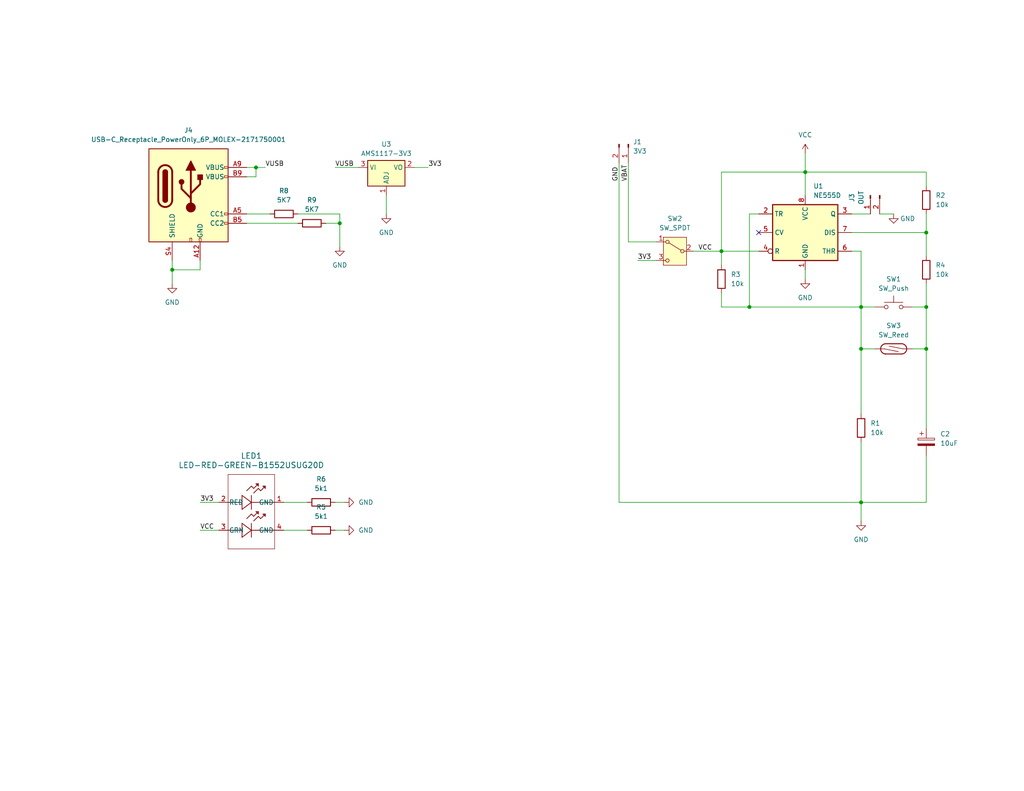
<source format=kicad_sch>
(kicad_sch (version 20231120) (generator "eeschema") (generator_version "8.0")
  (paper "USLetter")
  (lib_symbols
    (symbol "Alexander KiCad Libraries:AMS1117-3V3" (exclude_from_sim yes)
      (property "Reference" "U" (at 0 -0.254 0))
      (property "Value" "AMS1117-3V3" (at -0.508 1.778 0))
      (symbol "AMS1117-3V3_0_1"
        (rectangle (start -5.08 -8.89) (end 5.08 -1.905) (stroke (width 0.254)) (fill (type background)))
      )
      (symbol "AMS1117-3V3_1_1"
        (pin power_out line (at 0 -11.43 90) (length 2.54) (name "ADJ") (number "1"))
        (pin power_out line (at 7.62 -3.81 180) (length 2.54) (name "VO") (number "2"))
        (pin power_in line (at -7.62 -3.81 0) (length 2.54) (name "VI") (number "3"))
      )
    )
    (symbol "Alexander Symbol Library:USB-C_Receptacle_PowerOnly_6P_MOLEX-2171750001" (pin_names (offset 1.016))
      (property "Reference" "J" (at 0 16.51 0))
      (property "Value" "USB-C_Receptacle_PowerOnly_6P_MOLEX-2171750001" (at 0 13.97 0))
      (symbol "USB-C_Receptacle_PowerOnly_6P_MOLEX-2171750001_0_0"
        (rectangle (start -0.254 -12.7) (end 0.254 -11.684))
        (rectangle (start 2.286 -12.7) (end 2.794 -11.684))
        (rectangle (start 10.16 -7.366) (end 9.144 -7.874))
        (rectangle (start 10.16 -4.826) (end 9.144 -5.334))
        (rectangle (start 10.16 5.334) (end 9.144 4.826))
        (rectangle (start 10.16 7.874) (end 9.144 7.366))
      )
      (symbol "USB-C_Receptacle_PowerOnly_6P_MOLEX-2171750001_0_1"
        (rectangle (start -11.43 12.7) (end 10.16 -12.7) (stroke (width 0.254)) (fill (type background)))
        (arc (start -8.89 -1.27) (mid -6.985 -3.1667) (end -5.08 -1.27) (stroke (width 0.508)))
        (arc (start -7.62 -1.27) (mid -6.985 -1.9023) (end -6.35 -1.27) (stroke (width 0.254)))
        (arc (start -7.62 -1.27) (mid -6.985 -1.9023) (end -6.35 -1.27) (stroke (width 0.254)) (fill (type outline)))
        (rectangle (start -7.62 -1.27) (end -6.35 6.35) (stroke (width 0.254)) (fill (type outline)))
        (arc (start -6.35 6.35) (mid -6.985 6.9823) (end -7.62 6.35) (stroke (width 0.254)))
        (arc (start -6.35 6.35) (mid -6.985 6.9823) (end -7.62 6.35) (stroke (width 0.254)) (fill (type outline)))
        (arc (start -5.08 6.35) (mid -6.985 8.2467) (end -8.89 6.35) (stroke (width 0.508)))
        (circle (center -2.54 3.683) (radius 0.635) (stroke (width 0.254)) (fill (type outline)))
        (circle (center 0 -3.302) (radius 1.27) (fill (type outline)))
        (polyline (pts (xy -8.89 -1.27) (xy -8.89 6.35)) (stroke (width 0.508)))
        (polyline (pts (xy -5.08 6.35) (xy -5.08 -1.27)) (stroke (width 0.508)))
        (polyline (pts (xy 0 -3.302) (xy 0 6.858)) (stroke (width 0.508)))
        (polyline (pts (xy 0 -0.762) (xy -2.54 1.778) (xy -2.54 3.048)) (stroke (width 0.508)))
        (polyline (pts (xy 0 0.508) (xy 2.54 3.048) (xy 2.54 4.318)) (stroke (width 0.508)))
        (polyline (pts (xy -1.27 6.858) (xy 0 9.398) (xy 1.27 6.858) (xy -1.27 6.858)) (stroke (width 0.254)) (fill (type outline)))
        (rectangle (start 1.905 4.318) (end 3.175 5.588) (stroke (width 0.254)) (fill (type outline)))
      )
      (symbol "USB-C_Receptacle_PowerOnly_6P_MOLEX-2171750001_1_1"
        (pin power_in line (at 2.54 -17.78 90) (length 5.08) (name "GND") (number "A12"))
        (pin bidirectional line (at 15.24 -5.08 180) (length 5.08) (name "CC1") (number "A5"))
        (pin power_out line (at 15.24 7.62 180) (length 5.08) (name "VBUS") (number "A9"))
        (pin power_in line (at 2.54 -17.78 90) (length 5.08) hide (name "GND") (number "B12"))
        (pin bidirectional line (at 15.24 -7.62 180) (length 5.08) (name "CC2") (number "B5"))
        (pin power_out line (at 15.24 5.08 180) (length 5.08) (name "VBUS") (number "B9"))
        (pin passive line (at -5.08 -17.78 90) (length 5.08) hide (name "SHIELD") (number "S1"))
        (pin passive line (at -5.08 -17.78 90) (length 5.08) hide (name "SHIELD") (number "S2"))
        (pin passive line (at -5.08 -17.78 90) (length 5.08) hide (name "SHIELD") (number "S3"))
        (pin passive line (at -5.08 -17.78 90) (length 5.08) (name "SHIELD") (number "S4"))
      )
    )
    (symbol "Alexander_Library_Symbols:LED-RED-GREEN-B1552USUG20D" (pin_names (offset 0.254))
      (property "Reference" "LED" (at 8.89 20.955 0))
      (property "Value" "LED-RED-GREEN-B1552USUG20D" (at 8.89 17.78 0))
      (symbol "LED-RED-GREEN-B1552USUG20D_0_1"
        (polyline (pts (xy 2.54 -12.7) (xy 15.24 -12.7)) (stroke (width 0.127)))
        (polyline (pts (xy 2.54 -7.62) (xy 6.0198 -7.62)) (stroke (width 0.2032)))
        (polyline (pts (xy 2.54 0) (xy 6.0198 0)) (stroke (width 0.2032)))
        (polyline (pts (xy 2.54 7.62) (xy 2.54 -12.7)) (stroke (width 0.127)))
        (polyline (pts (xy 5.715 -7.62) (xy 6.35 -7.62)) (stroke (width 0.2032)))
        (polyline (pts (xy 5.715 0) (xy 6.35 0)) (stroke (width 0.2032)))
        (polyline (pts (xy 6.35 -9.525) (xy 8.89 -7.62)) (stroke (width 0.2032)))
        (polyline (pts (xy 6.35 -5.715) (xy 6.35 -9.525)) (stroke (width 0.2032)))
        (polyline (pts (xy 6.35 -1.905) (xy 8.89 0)) (stroke (width 0.2032)))
        (polyline (pts (xy 6.35 1.905) (xy 6.35 -1.905)) (stroke (width 0.2032)))
        (polyline (pts (xy 7.62 -4.445) (xy 8.89 -3.175)) (stroke (width 0.2032)))
        (polyline (pts (xy 7.62 3.175) (xy 8.89 4.445)) (stroke (width 0.2032)))
        (polyline (pts (xy 8.89 -9.525) (xy 8.89 -5.715)) (stroke (width 0.2032)))
        (polyline (pts (xy 8.89 -7.62) (xy 6.35 -5.715)) (stroke (width 0.2032)))
        (polyline (pts (xy 8.89 -7.62) (xy 15.24 -7.62)) (stroke (width 0.2032)))
        (polyline (pts (xy 8.89 -3.175) (xy 9.525 -3.81)) (stroke (width 0.2032)))
        (polyline (pts (xy 8.89 -1.905) (xy 8.89 1.905)) (stroke (width 0.2032)))
        (polyline (pts (xy 8.89 0) (xy 6.35 1.905)) (stroke (width 0.2032)))
        (polyline (pts (xy 8.89 0) (xy 15.24 0)) (stroke (width 0.2032)))
        (polyline (pts (xy 8.89 4.445) (xy 9.525 3.81)) (stroke (width 0.2032)))
        (polyline (pts (xy 9.525 -5.08) (xy 10.795 -3.81)) (stroke (width 0.2032)))
        (polyline (pts (xy 9.525 -3.81) (xy 10.795 -2.54)) (stroke (width 0.2032)))
        (polyline (pts (xy 9.525 2.54) (xy 10.795 3.81)) (stroke (width 0.2032)))
        (polyline (pts (xy 9.525 3.81) (xy 10.795 5.08)) (stroke (width 0.2032)))
        (polyline (pts (xy 10.16 -2.54) (xy 10.795 -3.175)) (stroke (width 0.2032)))
        (polyline (pts (xy 10.16 5.08) (xy 10.795 4.445)) (stroke (width 0.2032)))
        (polyline (pts (xy 10.795 -3.81) (xy 11.43 -4.445)) (stroke (width 0.2032)))
        (polyline (pts (xy 10.795 -3.175) (xy 10.795 -2.54)) (stroke (width 0.2032)))
        (polyline (pts (xy 10.795 -2.54) (xy 10.16 -2.54)) (stroke (width 0.2032)))
        (polyline (pts (xy 10.795 3.81) (xy 11.43 3.175)) (stroke (width 0.2032)))
        (polyline (pts (xy 10.795 4.445) (xy 10.795 5.08)) (stroke (width 0.2032)))
        (polyline (pts (xy 10.795 5.08) (xy 10.16 5.08)) (stroke (width 0.2032)))
        (polyline (pts (xy 11.43 -4.445) (xy 12.7 -3.175)) (stroke (width 0.2032)))
        (polyline (pts (xy 11.43 3.175) (xy 12.7 4.445)) (stroke (width 0.2032)))
        (polyline (pts (xy 12.065 -3.175) (xy 12.7 -3.81)) (stroke (width 0.2032)))
        (polyline (pts (xy 12.065 4.445) (xy 12.7 3.81)) (stroke (width 0.2032)))
        (polyline (pts (xy 12.7 -3.81) (xy 12.7 -3.175)) (stroke (width 0.2032)))
        (polyline (pts (xy 12.7 -3.175) (xy 12.065 -3.175)) (stroke (width 0.2032)))
        (polyline (pts (xy 12.7 3.81) (xy 12.7 4.445)) (stroke (width 0.2032)))
        (polyline (pts (xy 12.7 4.445) (xy 12.065 4.445)) (stroke (width 0.2032)))
        (polyline (pts (xy 15.24 -12.7) (xy 15.24 7.62)) (stroke (width 0.127)))
        (polyline (pts (xy 15.24 7.62) (xy 2.54 7.62)) (stroke (width 0.127)))
        (pin power_in line (at 17.78 0 180) (length 2.54) (name "GND") (number "1"))
        (pin power_out line (at 0 0 0) (length 2.54) (name "RED") (number "2"))
        (pin power_in line (at 0 -7.62 0) (length 2.54) (name "GRN") (number "3"))
        (pin power_out line (at 17.78 -7.62 180) (length 2.54) (name "GND") (number "4"))
      )
    )
    (symbol "Connector:Conn_01x02_Pin" (pin_names (offset 1.016) hide)
      (property "Reference" "J" (at 0 2.54 0))
      (property "Value" "Conn_01x02_Pin" (at 0 -5.08 0))
      (symbol "Conn_01x02_Pin_1_1"
        (polyline (pts (xy 1.27 -2.54) (xy 0.8636 -2.54)) (stroke (width 0.1524)))
        (polyline (pts (xy 1.27 0) (xy 0.8636 0)) (stroke (width 0.1524)))
        (rectangle (start 0.8636 -2.413) (end 0 -2.667) (stroke (width 0.1524)) (fill (type outline)))
        (rectangle (start 0.8636 0.127) (end 0 -0.127) (stroke (width 0.1524)) (fill (type outline)))
        (pin passive line (at 5.08 0 180) (length 3.81) (name "Pin_1") (number "1"))
        (pin passive line (at 5.08 -2.54 180) (length 3.81) (name "Pin_2") (number "2"))
      )
    )
    (symbol "Device:C_Polarized" (pin_numbers hide) (pin_names (offset 0.254))
      (property "Reference" "C" (at 0.635 2.54 0))
      (property "Value" "C_Polarized" (at 0.635 -2.54 0))
      (symbol "C_Polarized_0_1"
        (rectangle (start -2.286 0.508) (end 2.286 1.016))
        (polyline (pts (xy -1.778 2.286) (xy -0.762 2.286)))
        (polyline (pts (xy -1.27 2.794) (xy -1.27 1.778)))
        (rectangle (start 2.286 -0.508) (end -2.286 -1.016) (fill (type outline)))
      )
      (symbol "C_Polarized_1_1"
        (pin passive line (at 0 3.81 270) (length 2.794) (name "~") (number "1"))
        (pin passive line (at 0 -3.81 90) (length 2.794) (name "~") (number "2"))
      )
    )
    (symbol "Device:R" (pin_numbers hide) (pin_names (offset 0))
      (property "Reference" "R" (at 2.032 0 90))
      (property "Value" "R" (at 0 0 90))
      (symbol "R_0_1"
        (rectangle (start -1.016 -2.54) (end 1.016 2.54) (stroke (width 0.254)))
      )
      (symbol "R_1_1"
        (pin passive line (at 0 3.81 270) (length 1.27) (name "~") (number "1"))
        (pin passive line (at 0 -3.81 90) (length 1.27) (name "~") (number "2"))
      )
    )
    (symbol "GND_1" (power) (pin_numbers hide) (pin_names (offset 0) hide)
      (property "Value" "GND" (at 0 -3.81 0))
      (symbol "GND_1_0_1"
        (polyline (pts (xy 0 0) (xy 0 -1.27) (xy 1.27 -1.27) (xy 0 -2.54) (xy -1.27 -1.27) (xy 0 -1.27)))
      )
      (symbol "GND_1_1_1"
        (pin power_in line (at 0 0 270) (length 0) (name "~") (number "1"))
      )
    )
    (symbol "GND_2" (power) (pin_numbers hide) (pin_names (offset 0) hide)
      (property "Value" "GND" (at 0 -3.81 0))
      (symbol "GND_2_0_1"
        (polyline (pts (xy 0 0) (xy 0 -1.27) (xy 1.27 -1.27) (xy 0 -2.54) (xy -1.27 -1.27) (xy 0 -1.27)))
      )
      (symbol "GND_2_1_1"
        (pin power_in line (at 0 0 270) (length 0) (name "~") (number "1"))
      )
    )
    (symbol "Switch:SW_Push" (pin_numbers hide) (pin_names (offset 1.016) hide)
      (property "Reference" "SW" (at 1.27 2.54 0))
      (property "Value" "SW_Push" (at 0 -1.524 0))
      (symbol "SW_Push_0_1"
        (circle (center -2.032 0) (radius 0.508))
        (polyline (pts (xy 0 1.27) (xy 0 3.048)))
        (polyline (pts (xy 2.54 1.27) (xy -2.54 1.27)))
        (circle (center 2.032 0) (radius 0.508))
        (pin passive line (at -5.08 0 0) (length 2.54) (name "1") (number "1"))
        (pin passive line (at 5.08 0 180) (length 2.54) (name "2") (number "2"))
      )
    )
    (symbol "Switch:SW_Reed" (pin_numbers hide) (pin_names (offset 0) hide)
      (property "Reference" "SW" (at 0 2.54 0))
      (property "Value" "SW_Reed" (at 0 -2.54 0))
      (symbol "SW_Reed_0_0"
        (arc (start -2.159 1.397) (mid -3.55 0) (end -2.159 -1.397) (stroke (width 0.254)))
        (polyline (pts (xy -2.54 0) (xy 1.27 0.762)))
        (polyline (pts (xy -2.159 -1.397) (xy 2.286 -1.397)) (stroke (width 0.254)))
        (polyline (pts (xy 2.159 1.397) (xy -2.159 1.397)) (stroke (width 0.254)))
        (polyline (pts (xy 2.54 0) (xy -1.27 -0.762)))
        (arc (start 2.159 -1.397) (mid 3.55 0) (end 2.159 1.397) (stroke (width 0.254)))
      )
      (symbol "SW_Reed_1_1"
        (pin passive line (at -5.08 0 0) (length 2.54) (name "1") (number "1"))
        (pin passive line (at 5.08 0 180) (length 2.54) (name "2") (number "2"))
      )
    )
    (symbol "Switch:SW_SPDT" (pin_names (offset 0) hide)
      (property "Reference" "SW" (at 0 5.08 0))
      (property "Value" "SW_SPDT" (at 0 -5.08 0))
      (symbol "SW_SPDT_0_1"
        (circle (center -2.032 0) (radius 0.4572))
        (polyline (pts (xy -1.651 0.254) (xy 1.651 2.286)))
        (circle (center 2.032 -2.54) (radius 0.4572))
        (circle (center 2.032 2.54) (radius 0.4572))
      )
      (symbol "SW_SPDT_1_1"
        (rectangle (start -3.175 3.81) (end 3.175 -3.81) (fill (type background)))
        (pin passive line (at 5.08 2.54 180) (length 2.54) (name "A") (number "1"))
        (pin passive line (at -5.08 0 0) (length 2.54) (name "B") (number "2"))
        (pin passive line (at 5.08 -2.54 180) (length 2.54) (name "C") (number "3"))
      )
    )
    (symbol "Timer:NE555D"
      (property "Reference" "U" (at -10.16 8.89 0))
      (property "Value" "NE555D" (at 2.54 8.89 0))
      (symbol "NE555D_0_0"
        (pin power_in line (at 0 -10.16 90) (length 2.54) (name "GND") (number "1"))
        (pin power_in line (at 0 10.16 270) (length 2.54) (name "VCC") (number "8"))
      )
      (symbol "NE555D_0_1"
        (rectangle (start -8.89 -7.62) (end 8.89 7.62) (stroke (width 0.254)) (fill (type background)))
        (rectangle (start -8.89 -7.62) (end 8.89 7.62) (stroke (width 0.254)) (fill (type background)))
      )
      (symbol "NE555D_1_1"
        (pin input line (at -12.7 5.08 0) (length 3.81) (name "TR") (number "2"))
        (pin output line (at 12.7 5.08 180) (length 3.81) (name "Q") (number "3"))
        (pin input inverted (at -12.7 -5.08 0) (length 3.81) (name "R") (number "4"))
        (pin input line (at -12.7 0 0) (length 3.81) (name "CV") (number "5"))
        (pin input line (at 12.7 -5.08 180) (length 3.81) (name "THR") (number "6"))
        (pin input line (at 12.7 0 180) (length 3.81) (name "DIS") (number "7"))
      )
    )
    (symbol "power:GND" (power) (pin_names (offset 0))
      (property "Value" "GND" (at 0 -3.81 0))
      (symbol "GND_0_1"
        (polyline (pts (xy 0 0) (xy 0 -1.27) (xy 1.27 -1.27) (xy 0 -2.54) (xy -1.27 -1.27) (xy 0 -1.27)))
      )
      (symbol "GND_1_1"
        (pin power_in line (at 0 0 270) (length 0) hide (name "GND") (number "1"))
      )
    )
    (symbol "power:VCC" (power) (pin_numbers hide) (pin_names (offset 0) hide)
      (property "Value" "VCC" (at 0 3.556 0))
      (symbol "VCC_0_1"
        (polyline (pts (xy -0.762 1.27) (xy 0 2.54)))
        (polyline (pts (xy 0 0) (xy 0 2.54)))
        (polyline (pts (xy 0 2.54) (xy 0.762 1.27)))
      )
      (symbol "VCC_1_1"
        (pin power_in line (at 0 0 90) (length 0) (name "~") (number "1"))
      )
    )
  )
  (junction (at 252.73 95.25))
  (junction (at 234.95 95.25))
  (junction (at 252.73 83.82))
  (junction (at 196.85 68.58))
  (junction (at 234.95 83.82))
  (junction (at 46.99 73.66))
  (junction (at 219.71 46.99))
  (junction (at 92.71 60.96))
  (junction (at 69.85 45.72))
  (junction (at 204.47 83.82))
  (junction (at 234.95 137.16))
  (junction (at 252.73 63.5))
  (no_connect (at 207.01 63.5))
  (wire (pts (xy 196.85 68.58) (xy 196.85 72.39)))
  (wire (pts (xy 248.92 95.25) (xy 252.73 95.25)))
  (wire (pts (xy 67.31 48.26) (xy 69.85 48.26)))
  (wire (pts (xy 54.61 137.16) (xy 59.69 137.16)))
  (wire (pts (xy 252.73 124.46) (xy 252.73 137.16)))
  (wire (pts (xy 171.45 44.45) (xy 171.45 66.04)))
  (wire (pts (xy 105.41 53.34) (xy 105.41 58.42)))
  (wire (pts (xy 234.95 137.16) (xy 252.73 137.16)))
  (wire (pts (xy 46.99 73.66) (xy 46.99 77.47)))
  (wire (pts (xy 168.91 137.16) (xy 168.91 44.45)))
  (wire (pts (xy 234.95 137.16) (xy 234.95 142.24)))
  (wire (pts (xy 252.73 95.25) (xy 252.73 116.84)))
  (wire (pts (xy 69.85 45.72) (xy 72.39 45.72)))
  (wire (pts (xy 54.61 73.66) (xy 46.99 73.66)))
  (wire (pts (xy 252.73 58.42) (xy 252.73 63.5)))
  (wire (pts (xy 67.31 45.72) (xy 69.85 45.72)))
  (wire (pts (xy 252.73 46.99) (xy 252.73 50.8)))
  (wire (pts (xy 234.95 120.65) (xy 234.95 137.16)))
  (wire (pts (xy 240.03 58.42) (xy 243.84 58.42)))
  (wire (pts (xy 92.71 58.42) (xy 92.71 60.96)))
  (wire (pts (xy 219.71 46.99) (xy 252.73 46.99)))
  (wire (pts (xy 196.85 80.01) (xy 196.85 83.82)))
  (wire (pts (xy 234.95 68.58) (xy 232.41 68.58)))
  (wire (pts (xy 219.71 73.66) (xy 219.71 76.2)))
  (wire (pts (xy 67.31 58.42) (xy 73.66 58.42)))
  (wire (pts (xy 234.95 68.58) (xy 234.95 83.82)))
  (wire (pts (xy 196.85 68.58) (xy 207.01 68.58)))
  (wire (pts (xy 234.95 83.82) (xy 238.76 83.82)))
  (wire (pts (xy 77.47 144.78) (xy 83.82 144.78)))
  (wire (pts (xy 113.03 45.72) (xy 116.84 45.72)))
  (wire (pts (xy 234.95 83.82) (xy 234.95 95.25)))
  (wire (pts (xy 88.9 60.96) (xy 92.71 60.96)))
  (wire (pts (xy 67.31 60.96) (xy 81.28 60.96)))
  (wire (pts (xy 81.28 58.42) (xy 92.71 58.42)))
  (wire (pts (xy 92.71 60.96) (xy 92.71 67.31)))
  (wire (pts (xy 232.41 63.5) (xy 252.73 63.5)))
  (wire (pts (xy 252.73 63.5) (xy 252.73 69.85)))
  (wire (pts (xy 91.44 137.16) (xy 93.98 137.16)))
  (wire (pts (xy 196.85 83.82) (xy 204.47 83.82)))
  (wire (pts (xy 189.23 68.58) (xy 196.85 68.58)))
  (wire (pts (xy 248.92 83.82) (xy 252.73 83.82)))
  (wire (pts (xy 252.73 83.82) (xy 252.73 95.25)))
  (wire (pts (xy 54.61 144.78) (xy 59.69 144.78)))
  (wire (pts (xy 219.71 46.99) (xy 219.71 53.34)))
  (wire (pts (xy 204.47 58.42) (xy 204.47 83.82)))
  (wire (pts (xy 77.47 137.16) (xy 83.82 137.16)))
  (wire (pts (xy 168.91 137.16) (xy 234.95 137.16)))
  (wire (pts (xy 91.44 144.78) (xy 93.98 144.78)))
  (wire (pts (xy 234.95 95.25) (xy 238.76 95.25)))
  (wire (pts (xy 204.47 58.42) (xy 207.01 58.42)))
  (wire (pts (xy 54.61 71.12) (xy 54.61 73.66)))
  (wire (pts (xy 196.85 46.99) (xy 219.71 46.99)))
  (wire (pts (xy 91.44 45.72) (xy 97.79 45.72)))
  (wire (pts (xy 219.71 41.91) (xy 219.71 46.99)))
  (wire (pts (xy 232.41 58.42) (xy 237.49 58.42)))
  (wire (pts (xy 46.99 71.12) (xy 46.99 73.66)))
  (wire (pts (xy 171.45 66.04) (xy 179.07 66.04)))
  (wire (pts (xy 204.47 83.82) (xy 234.95 83.82)))
  (wire (pts (xy 234.95 95.25) (xy 234.95 113.03)))
  (wire (pts (xy 69.85 48.26) (xy 69.85 45.72)))
  (wire (pts (xy 173.99 71.12) (xy 179.07 71.12)))
  (wire (pts (xy 252.73 77.47) (xy 252.73 83.82)))
  (wire (pts (xy 196.85 46.99) (xy 196.85 68.58)))
  (label "VUSB" (at 91.44 45.72 0))
  (label "VCC" (at 190.5 68.58 0))
  (label "3V3" (at 54.61 137.16 0))
  (label "3V3" (at 116.84 45.72 0))
  (label "GND" (at 168.91 49.53 90))
  (label "VBAT" (at 171.45 49.53 90))
  (label "VCC" (at 54.61 144.78 0))
  (label "VUSB" (at 72.39 45.72 0))
  (label "3V3" (at 173.99 71.12 0))
  (symbol (lib_id "power:GND") (at 234.95 142.24 0) (unit 1)
    (property "Reference" "#PWR01" (effects (hide yes)))
    (property "Value" "GND" (at 234.95 147.32 0))
  )
  (symbol (lib_id "power:GND") (at 243.84 58.42 0) (unit 1)
    (property "Reference" "#PWR03" (effects (hide yes)))
    (property "Value" "GND" (at 247.65 59.69 0))
  )
  (symbol (lib_id "Device:R") (at 87.63 137.16 90) (unit 1)
    (property "Reference" "R6" (at 87.63 130.81 90))
    (property "Value" "5k1" (at 87.63 133.35 90))
    (property "Footprint" "Resistor_SMD:R_1206_3216Metric_Pad1.30x1.75mm_HandSolder" (effects (hide yes)))
    (property "Description" "Resistor" (effects (hide yes)))
  )
  (symbol (lib_id "Timer:NE555D") (at 219.71 63.5 0) (unit 1)
    (property "Reference" "U1" (at 221.9041 50.8 0) (effects (justify left)))
    (property "Value" "NE555D" (at 221.9041 53.34 0) (effects (justify left)))
    (property "Footprint" "Package_DIP:DIP-8_W7.62mm" (effects (hide yes)))
    (property "Datasheet" "http://www.ti.com/lit/ds/symlink/ne555.pdf" (effects (hide yes)))
  )
  (symbol (lib_name "GND_1") (lib_id "power:GND") (at 219.71 76.2 0) (unit 1)
    (property "Reference" "#PWR04" (effects (hide yes)))
    (property "Value" "GND" (at 219.71 81.28 0))
    (property "Description" "Power symbol creates a global label with name \"GND\" , ground" (effects (hide yes)))
  )
  (symbol (lib_id "power:GND") (at 105.41 58.42 0) (unit 1)
    (property "Reference" "#PWR05" (effects (hide yes)))
    (property "Value" "GND" (at 105.41 63.5 0))
    (property "Description" "Power symbol creates a global label with name \"GND\" , ground" (effects (hide yes)))
  )
  (symbol (lib_id "Switch:SW_SPDT") (at 184.15 68.58 0) (mirror y) (unit 1)
    (property "Reference" "SW2" (at 184.15 59.69 0))
    (property "Value" "SW_SPDT" (at 184.15 62.23 0))
    (property "Footprint" "Connector_PinHeader_2.54mm:PinHeader_1x03_P2.54mm_Vertical" (effects (hide yes)))
  )
  (symbol (lib_id "Alexander KiCad Libraries:AMS1117-3V3") (at 105.41 41.91 0) (unit 1) (exclude_from_sim yes)
    (property "Reference" "U3" (at 105.41 39.37 0))
    (property "Value" "AMS1117-3V3" (at 105.41 41.91 0))
    (property "Footprint" "Alexander Footprint Library:AMS1117 SOT-223" (effects (hide yes)))
    (property "Description" "AMS1117" (effects (hide yes)))
  )
  (symbol (lib_id "Device:R") (at 234.95 116.84 0) (unit 1)
    (property "Reference" "R1" (at 237.49 115.57 0) (effects (justify left)))
    (property "Value" "10k" (at 237.49 118.11 0) (effects (justify left)))
    (property "Footprint" "Resistor_THT:R_Axial_DIN0204_L3.6mm_D1.6mm_P2.54mm_Vertical" (effects (hide yes)))
  )
  (symbol (lib_name "GND_1") (lib_id "power:GND") (at 46.99 77.47 0) (unit 1)
    (property "Reference" "#PWR09" (effects (hide yes)))
    (property "Value" "GND" (at 46.99 82.55 0))
    (property "Description" "Power symbol creates a global label with name \"GND\" , ground" (effects (hide yes)))
  )
  (symbol (lib_id "power:VCC") (at 219.71 41.91 0) (unit 1)
    (property "Reference" "#PWR02" (effects (hide yes)))
    (property "Value" "VCC" (at 219.71 36.83 0))
    (property "Description" "Power symbol creates a global label with name \"VCC\"" (effects (hide yes)))
  )
  (symbol (lib_name "GND_2") (lib_id "power:GND") (at 92.71 67.31 0) (unit 1)
    (property "Reference" "#PWR010" (effects (hide yes)))
    (property "Value" "GND" (at 92.71 72.39 0))
    (property "Description" "Power symbol creates a global label with name \"GND\" , ground" (effects (hide yes)))
  )
  (symbol (lib_id "Device:R") (at 252.73 54.61 0) (unit 1)
    (property "Reference" "R2" (at 255.27 53.34 0) (effects (justify left)))
    (property "Value" "10k" (at 255.27 55.88 0) (effects (justify left)))
    (property "Footprint" "Resistor_THT:R_Axial_DIN0204_L3.6mm_D1.6mm_P2.54mm_Vertical" (effects (hide yes)))
  )
  (symbol (lib_id "power:GND") (at 93.98 144.78 90) (unit 1)
    (property "Reference" "#PWR06" (effects (hide yes)))
    (property "Value" "GND" (at 97.79 144.7799 90) (effects (justify right)))
    (property "Description" "Power symbol creates a global label with name \"GND\" , ground" (effects (hide yes)))
  )
  (symbol (lib_id "Device:C_Polarized") (at 252.73 120.65 0) (unit 1)
    (property "Reference" "C2" (at 256.54 118.491 0) (effects (justify left)))
    (property "Value" "10uF" (at 256.54 121.031 0) (effects (justify left)))
    (property "Footprint" "Capacitor_THT:CP_Radial_D5.0mm_P2.50mm" (effects (hide yes)))
  )
  (symbol (lib_id "Device:R") (at 252.73 73.66 0) (unit 1)
    (property "Reference" "R4" (at 255.27 72.39 0) (effects (justify left)))
    (property "Value" "10k" (at 255.27 74.93 0) (effects (justify left)))
    (property "Footprint" "Resistor_THT:R_Axial_DIN0204_L3.6mm_D1.6mm_P2.54mm_Vertical" (effects (hide yes)))
  )
  (symbol (lib_id "Device:R") (at 77.47 58.42 270) (unit 1)
    (property "Reference" "R8" (at 77.47 52.07 90))
    (property "Value" "5K7" (at 77.47 54.61 90))
    (property "Footprint" "Resistor_SMD:R_1206_3216Metric_Pad1.30x1.75mm_HandSolder" (effects (hide yes)))
    (property "Description" "Resistor" (effects (hide yes)))
  )
  (symbol (lib_id "Connector:Conn_01x02_Pin") (at 237.49 53.34 90) (mirror x) (unit 1)
    (property "Reference" "J3" (at 232.41 53.975 0))
    (property "Value" "OUT" (at 234.95 53.975 0))
    (property "Footprint" "Connector_PinHeader_2.54mm:PinHeader_1x02_P2.54mm_Vertical" (effects (hide yes)))
  )
  (symbol (lib_id "Device:R") (at 87.63 144.78 90) (unit 1)
    (property "Reference" "R5" (at 87.63 138.43 90))
    (property "Value" "5k1" (at 87.63 140.97 90))
    (property "Footprint" "Resistor_SMD:R_1206_3216Metric_Pad1.30x1.75mm_HandSolder" (effects (hide yes)))
    (property "Description" "Resistor" (effects (hide yes)))
  )
  (symbol (lib_id "Device:R") (at 85.09 60.96 270) (unit 1)
    (property "Reference" "R9" (at 85.09 54.61 90))
    (property "Value" "5K7" (at 85.09 57.15 90))
    (property "Footprint" "Resistor_SMD:R_1206_3216Metric_Pad1.30x1.75mm_HandSolder" (effects (hide yes)))
    (property "Description" "Resistor" (effects (hide yes)))
  )
  (symbol (lib_id "Device:R") (at 196.85 76.2 0) (unit 1)
    (property "Reference" "R3" (at 199.39 74.93 0) (effects (justify left)))
    (property "Value" "10k" (at 199.39 77.47 0) (effects (justify left)))
    (property "Footprint" "Resistor_THT:R_Axial_DIN0204_L3.6mm_D1.6mm_P2.54mm_Vertical" (effects (hide yes)))
  )
  (symbol (lib_id "Switch:SW_Reed") (at 243.84 95.25 0) (mirror y) (unit 1)
    (property "Reference" "SW3" (at 243.84 88.9 0))
    (property "Value" "SW_Reed" (at 243.84 91.44 0))
    (property "Footprint" "Connector_PinHeader_2.54mm:PinHeader_1x02_P2.54mm_Vertical" (effects (hide yes)))
  )
  (symbol (lib_id "Switch:SW_Push") (at 243.84 83.82 0) (unit 1)
    (property "Reference" "SW1" (at 243.84 76.2 0))
    (property "Value" "SW_Push" (at 243.84 78.74 0))
    (property "Footprint" "Button_Switch_THT:SW_PUSH_6mm" (effects (hide yes)))
  )
  (symbol (lib_id "Alexander_Library_Symbols:LED-RED-GREEN-B1552USUG20D") (at 59.69 137.16 0) (unit 1)
    (property "Reference" "LED1" (at 68.58 124.46 0) (effects (font (size 1.524 1.524))))
    (property "Value" "LED-RED-GREEN-B1552USUG20D" (at 68.58 127 0) (effects (font (size 1.524 1.524))))
    (property "Footprint" "Alexander Footprint Library:B1552_HVK-M" (effects (hide yes)))
    (property "Datasheet" "B1552USUG20D000113U1930" (effects (hide yes)))
  )
  (symbol (lib_id "power:GND") (at 93.98 137.16 90) (unit 1)
    (property "Reference" "#PWR07" (effects (hide yes)))
    (property "Value" "GND" (at 97.79 137.1599 90) (effects (justify right)))
    (property "Description" "Power symbol creates a global label with name \"GND\" , ground" (effects (hide yes)))
  )
  (symbol (lib_id "Alexander Symbol Library:USB-C_Receptacle_PowerOnly_6P_MOLEX-2171750001") (at 52.07 53.34 0) (unit 1)
    (property "Reference" "J4" (at 51.435 35.56 0))
    (property "Value" "USB-C_Receptacle_PowerOnly_6P_MOLEX-2171750001" (at 51.435 38.1 0))
    (property "Footprint" "Alexander Footprint Library:USB-C MOLEX 2171750001" (effects (hide yes)))
    (property "Description" "USB Power-Only 6P Type-C Receptacle connector" (effects (hide yes)))
  )
  (symbol (lib_id "Connector:Conn_01x02_Pin") (at 171.45 39.37 270) (unit 1)
    (property "Reference" "J1" (at 172.72 38.735 90) (effects (justify left)))
    (property "Value" "3V3" (at 172.72 41.275 90) (effects (justify left)))
    (property "Footprint" "Connector_PinHeader_2.54mm:PinHeader_1x02_P2.54mm_Vertical" (effects (hide yes)))
  )
)
</source>
